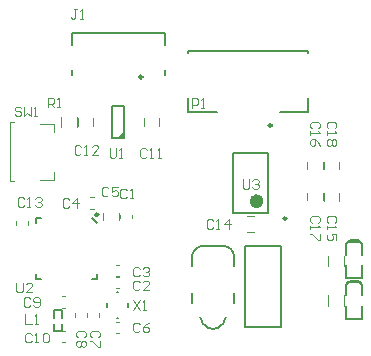
<source format=gto>
G04*
G04 #@! TF.GenerationSoftware,Altium Limited,Altium Designer,18.1.6 (161)*
G04*
G04 Layer_Color=65535*
%FSLAX44Y44*%
%MOMM*%
G71*
G01*
G75*
%ADD10C,0.2000*%
%ADD11C,0.2500*%
%ADD12C,0.6000*%
%ADD13C,0.1200*%
%ADD14C,0.1500*%
%ADD15C,0.1524*%
%ADD16C,0.1270*%
%ADD17C,0.1250*%
%ADD18C,0.1000*%
G36*
X94950Y221420D02*
X89340D01*
X94950Y227030D01*
Y221420D01*
D02*
G37*
D10*
X187888Y81316D02*
G03*
X188310Y84190I-9578J2873D01*
G01*
Y120190D02*
G03*
X178310Y130190I-10000J0D01*
G01*
X162150Y64079D02*
G03*
X178473Y64077I8162J5669D01*
G01*
X152310Y84190D02*
G03*
X152732Y81316I10000J0D01*
G01*
X162310Y130190D02*
G03*
X152310Y120190I0J-10000D01*
G01*
X188310Y84190D02*
Y89790D01*
X188310Y113190D02*
X188310Y120190D01*
X152310D02*
X152310Y113190D01*
X152310Y84190D02*
Y89790D01*
X178470Y64079D02*
X180550Y67782D01*
X181590Y69633D01*
X159030D02*
X160070Y67782D01*
X162150Y64079D01*
X162310Y130190D02*
X178310D01*
X217140Y157940D02*
Y208940D01*
X187140Y157940D02*
Y208940D01*
Y157940D02*
X217140D01*
X187140Y208940D02*
X217140D01*
X149251Y295500D02*
X250750D01*
X149251Y243500D02*
X173251D01*
X226750D02*
X250750D01*
Y255500D01*
X149250Y243500D02*
Y255500D01*
X250750Y293500D02*
Y295500D01*
X149250Y293500D02*
Y295500D01*
X129300Y300370D02*
Y310500D01*
Y275000D02*
Y279280D01*
X50700Y310500D02*
X129300D01*
X50700Y300370D02*
Y310500D01*
Y275000D02*
Y279280D01*
X227950Y61600D02*
Y130400D01*
X197250D02*
X227950D01*
X197250Y61600D02*
Y130400D01*
Y61600D02*
X227950D01*
D11*
X232390Y153440D02*
G03*
X232390Y153440I-1250J0D01*
G01*
X73250Y156540D02*
G03*
X73250Y156540I-1250J0D01*
G01*
X220000Y231997D02*
G03*
X220000Y231997I-1250J0D01*
G01*
X110470Y273050D02*
G03*
X110470Y273050I-1250J0D01*
G01*
D12*
X210140Y167940D02*
G03*
X210140Y167940I-3000J0D01*
G01*
D13*
X41841Y230650D02*
Y239250D01*
X54841Y230650D02*
Y239250D01*
X267820Y113230D02*
Y121830D01*
X280820Y113230D02*
Y121830D01*
X198930Y155090D02*
X204930D01*
X198930Y142090D02*
X204930D01*
X277010Y195190D02*
Y201190D01*
X264010Y195190D02*
Y201190D01*
X263040Y195190D02*
Y201190D01*
X250040Y195190D02*
Y201190D01*
X277010Y168450D02*
Y174450D01*
X264010Y168450D02*
Y174450D01*
X263040Y168520D02*
Y174520D01*
X250040Y168520D02*
Y174520D01*
X42141Y58340D02*
X45341D01*
X42141Y48340D02*
X45341D01*
X87861Y104220D02*
X91061D01*
X87861Y114220D02*
X91061D01*
X90320Y151870D02*
Y157870D01*
X77320Y151870D02*
Y157870D01*
X13890Y147780D02*
Y150980D01*
X3890Y147780D02*
Y150980D01*
X42141Y87482D02*
X45341D01*
X42141Y77482D02*
X45341D01*
X63215Y69890D02*
Y73090D01*
X53215Y69890D02*
Y73090D01*
X63658Y69890D02*
Y73090D01*
X73658Y69890D02*
Y73090D01*
X87861Y65960D02*
X91061D01*
X87861Y55960D02*
X91061D01*
X66500Y161370D02*
X69700D01*
X66500Y171370D02*
X69700D01*
X87861Y94060D02*
X91061D01*
X87861Y104060D02*
X91061D01*
X91520Y153340D02*
Y156540D01*
X101520Y153340D02*
Y156540D01*
X68730Y231950D02*
Y237950D01*
X55730Y231950D02*
Y237950D01*
X124610Y231950D02*
Y237950D01*
X111610Y231950D02*
Y237950D01*
X280780Y79520D02*
Y88120D01*
X267780Y79520D02*
Y88120D01*
D14*
X20331Y149650D02*
Y153650D01*
X24331D01*
X20331Y102150D02*
Y106150D01*
Y102150D02*
X24331D01*
X67831D02*
X71831D01*
Y106150D01*
X67831Y153650D02*
X71831Y149650D01*
D15*
X88861Y69210D02*
X90061D01*
X80661Y78410D02*
Y81610D01*
X88861Y90810D02*
X90061D01*
X98261Y78410D02*
Y81610D01*
X35640Y57861D02*
Y64361D01*
Y69361D02*
Y75861D01*
X42640Y57861D02*
Y64361D01*
Y69361D02*
Y75861D01*
X35640D02*
X42640D01*
X35640Y57861D02*
X42640D01*
D16*
X286060Y134860D02*
X293060D01*
X282810Y102610D02*
Y113610D01*
X296310Y102610D02*
Y113610D01*
X282810Y102610D02*
X296310D01*
X282810Y122610D02*
Y131610D01*
X296310Y122610D02*
Y131610D01*
X294310Y133610D02*
X296310Y131610D01*
X293060Y134860D02*
X294560Y133360D01*
X284310Y133110D02*
X286060Y134860D01*
X284810Y133610D02*
X294310D01*
X282810Y131610D02*
X284810Y133610D01*
X286060Y100570D02*
X293060D01*
X282810Y68320D02*
Y79320D01*
X296310Y68320D02*
Y79320D01*
X282810Y68320D02*
X296310D01*
X282810Y88320D02*
Y97320D01*
X296310Y88320D02*
Y97320D01*
X294310Y99320D02*
X296310Y97320D01*
X293060Y100570D02*
X294560Y99070D01*
X284310Y98820D02*
X286060Y100570D01*
X284810Y99320D02*
X294310D01*
X282810Y97320D02*
X284810Y99320D01*
X84790Y221420D02*
X94950D01*
X84790Y248420D02*
X84790Y221420D01*
X84790Y248420D02*
X94950D01*
X94950Y221420D02*
X94950Y248420D01*
D17*
X-1950Y184920D02*
X2050D01*
X-1950Y234920D02*
X2050D01*
X24050Y232920D02*
X36050D01*
Y226920D02*
Y232920D01*
Y185920D02*
Y192920D01*
X24050Y185920D02*
X36050D01*
X-1950Y184920D02*
Y234920D01*
D18*
X30480Y247650D02*
Y255647D01*
X34479D01*
X35812Y254314D01*
Y251649D01*
X34479Y250316D01*
X30480D01*
X33146D02*
X35812Y247650D01*
X38477D02*
X41143D01*
X39810D01*
Y255647D01*
X38477Y254314D01*
X170432Y151445D02*
X169099Y152777D01*
X166433D01*
X165100Y151445D01*
Y146113D01*
X166433Y144780D01*
X169099D01*
X170432Y146113D01*
X173097Y144780D02*
X175763D01*
X174430D01*
Y152777D01*
X173097Y151445D01*
X183761Y144780D02*
Y152777D01*
X179762Y148779D01*
X185094D01*
X273365Y229618D02*
X274697Y230951D01*
Y233617D01*
X273365Y234950D01*
X268033D01*
X266700Y233617D01*
Y230951D01*
X268033Y229618D01*
X266700Y226953D02*
Y224287D01*
Y225620D01*
X274697D01*
X273365Y226953D01*
Y220288D02*
X274697Y218955D01*
Y216289D01*
X273365Y214956D01*
X272032D01*
X270699Y216289D01*
X269366Y214956D01*
X268033D01*
X266700Y216289D01*
Y218955D01*
X268033Y220288D01*
X269366D01*
X270699Y218955D01*
X272032Y220288D01*
X273365D01*
X270699Y218955D02*
Y216289D01*
X259394Y229618D02*
X260727Y230951D01*
Y233617D01*
X259394Y234950D01*
X254063D01*
X252730Y233617D01*
Y230951D01*
X254063Y229618D01*
X252730Y226953D02*
Y224287D01*
Y225620D01*
X260727D01*
X259394Y226953D01*
X260727Y214956D02*
X259394Y217622D01*
X256729Y220288D01*
X254063D01*
X252730Y218955D01*
Y216289D01*
X254063Y214956D01*
X255396D01*
X256729Y216289D01*
Y220288D01*
X273365Y149758D02*
X274697Y151091D01*
Y153757D01*
X273365Y155090D01*
X268033D01*
X266700Y153757D01*
Y151091D01*
X268033Y149758D01*
X266700Y147093D02*
Y144427D01*
Y145760D01*
X274697D01*
X273365Y147093D01*
X274697Y135097D02*
Y140428D01*
X270699D01*
X272032Y137762D01*
Y136429D01*
X270699Y135097D01*
X268033D01*
X266700Y136429D01*
Y139095D01*
X268033Y140428D01*
X259394Y149758D02*
X260727Y151091D01*
Y153757D01*
X259394Y155090D01*
X254063D01*
X252730Y153757D01*
Y151091D01*
X254063Y149758D01*
X252730Y147093D02*
Y144427D01*
Y145760D01*
X260727D01*
X259394Y147093D01*
X260727Y140428D02*
Y135097D01*
X259394D01*
X254063Y140428D01*
X252730D01*
X195580Y186559D02*
Y179895D01*
X196913Y178562D01*
X199579D01*
X200912Y179895D01*
Y186559D01*
X203577Y185226D02*
X204910Y186559D01*
X207576D01*
X208909Y185226D01*
Y183894D01*
X207576Y182561D01*
X206243D01*
X207576D01*
X208909Y181228D01*
Y179895D01*
X207576Y178562D01*
X204910D01*
X203577Y179895D01*
X16762Y55005D02*
X15429Y56337D01*
X12763D01*
X11430Y55005D01*
Y49673D01*
X12763Y48340D01*
X15429D01*
X16762Y49673D01*
X19427Y48340D02*
X22093D01*
X20760D01*
Y56337D01*
X19427Y55005D01*
X26092D02*
X27425Y56337D01*
X30091D01*
X31424Y55005D01*
Y49673D01*
X30091Y48340D01*
X27425D01*
X26092Y49673D01*
Y55005D01*
X108202Y110885D02*
X106869Y112217D01*
X104203D01*
X102870Y110885D01*
Y105553D01*
X104203Y104220D01*
X106869D01*
X108202Y105553D01*
X110867Y110885D02*
X112200Y112217D01*
X114866D01*
X116199Y110885D01*
Y109552D01*
X114866Y108219D01*
X113533D01*
X114866D01*
X116199Y106886D01*
Y105553D01*
X114866Y104220D01*
X112200D01*
X110867Y105553D01*
X81698Y178764D02*
X80365Y180097D01*
X77699D01*
X76366Y178764D01*
Y173433D01*
X77699Y172100D01*
X80365D01*
X81698Y173433D01*
X89695Y180097D02*
X84363D01*
Y176099D01*
X87029Y177432D01*
X88362D01*
X89695Y176099D01*
Y173433D01*
X88362Y172100D01*
X85696D01*
X84363Y173433D01*
X3890Y98807D02*
Y92143D01*
X5223Y90810D01*
X7889D01*
X9222Y92143D01*
Y98807D01*
X17219Y90810D02*
X11887D01*
X17219Y96142D01*
Y97474D01*
X15886Y98807D01*
X13220D01*
X11887Y97474D01*
X102870Y84197D02*
X108202Y76200D01*
Y84197D02*
X102870Y76200D01*
X110867D02*
X113533D01*
X112200D01*
Y84197D01*
X110867Y82865D01*
X10412Y169874D02*
X9079Y171207D01*
X6413D01*
X5080Y169874D01*
Y164543D01*
X6413Y163210D01*
X9079D01*
X10412Y164543D01*
X13077Y163210D02*
X15743D01*
X14410D01*
Y171207D01*
X13077Y169874D01*
X19742D02*
X21075Y171207D01*
X23741D01*
X25074Y169874D01*
Y168542D01*
X23741Y167209D01*
X22408D01*
X23741D01*
X25074Y165876D01*
Y164543D01*
X23741Y163210D01*
X21075D01*
X19742Y164543D01*
X15492Y85075D02*
X14159Y86407D01*
X11493D01*
X10160Y85075D01*
Y79743D01*
X11493Y78410D01*
X14159D01*
X15492Y79743D01*
X18157D02*
X19490Y78410D01*
X22156D01*
X23489Y79743D01*
Y85075D01*
X22156Y86407D01*
X19490D01*
X18157Y85075D01*
Y83742D01*
X19490Y82409D01*
X23489D01*
X61274Y52529D02*
X62607Y53862D01*
Y56528D01*
X61274Y57861D01*
X55943D01*
X54610Y56528D01*
Y53862D01*
X55943Y52529D01*
X61274Y49863D02*
X62607Y48531D01*
Y45865D01*
X61274Y44532D01*
X59942D01*
X58609Y45865D01*
X57276Y44532D01*
X55943D01*
X54610Y45865D01*
Y48531D01*
X55943Y49863D01*
X57276D01*
X58609Y48531D01*
X59942Y49863D01*
X61274D01*
X58609Y48531D02*
Y45865D01*
X72874Y52529D02*
X74207Y53862D01*
Y56528D01*
X72874Y57861D01*
X67543D01*
X66210Y56528D01*
Y53862D01*
X67543Y52529D01*
X74207Y49863D02*
Y44532D01*
X72874D01*
X67543Y49863D01*
X66210D01*
X11430Y72358D02*
Y64361D01*
X16762D01*
X19427D02*
X22093D01*
X20760D01*
Y72358D01*
X19427Y71025D01*
X108202Y63815D02*
X106869Y65147D01*
X104203D01*
X102870Y63815D01*
Y58483D01*
X104203Y57150D01*
X106869D01*
X108202Y58483D01*
X116199Y65147D02*
X113533Y63815D01*
X110867Y61149D01*
Y58483D01*
X112200Y57150D01*
X114866D01*
X116199Y58483D01*
Y59816D01*
X114866Y61149D01*
X110867D01*
X48512Y169224D02*
X47179Y170557D01*
X44513D01*
X43180Y169224D01*
Y163893D01*
X44513Y162560D01*
X47179D01*
X48512Y163893D01*
X55176Y162560D02*
Y170557D01*
X51177Y166559D01*
X56509D01*
X108202Y99375D02*
X106869Y100707D01*
X104203D01*
X102870Y99375D01*
Y94043D01*
X104203Y92710D01*
X106869D01*
X108202Y94043D01*
X116199Y92710D02*
X110867D01*
X116199Y98042D01*
Y99375D01*
X114866Y100707D01*
X112200D01*
X110867Y99375D01*
X7872Y246695D02*
X6539Y248027D01*
X3873D01*
X2540Y246695D01*
Y245362D01*
X3873Y244029D01*
X6539D01*
X7872Y242696D01*
Y241363D01*
X6539Y240030D01*
X3873D01*
X2540Y241363D01*
X10537Y248027D02*
Y240030D01*
X13203Y242696D01*
X15869Y240030D01*
Y248027D01*
X18535Y240030D02*
X21201D01*
X19868D01*
Y248027D01*
X18535Y246695D01*
X82710Y212711D02*
Y206046D01*
X84043Y204713D01*
X86709D01*
X88042Y206046D01*
Y212711D01*
X90707Y204713D02*
X93373D01*
X92040D01*
Y212711D01*
X90707Y211378D01*
X152400Y246907D02*
Y254904D01*
X156399D01*
X157732Y253571D01*
Y250906D01*
X156399Y249573D01*
X152400D01*
X160397Y246907D02*
X163063D01*
X161730D01*
Y254904D01*
X160397Y253571D01*
X55116Y330577D02*
X52450D01*
X53783D01*
Y323913D01*
X52450Y322580D01*
X51117D01*
X49784Y323913D01*
X57781Y322580D02*
X60447D01*
X59114D01*
Y330577D01*
X57781Y329244D01*
X58552Y213918D02*
X57219Y215251D01*
X54553D01*
X53220Y213918D01*
Y208586D01*
X54553Y207253D01*
X57219D01*
X58552Y208586D01*
X61217Y207253D02*
X63883D01*
X62550D01*
Y215251D01*
X61217Y213918D01*
X73214Y207253D02*
X67882D01*
X73214Y212585D01*
Y213918D01*
X71881Y215251D01*
X69215D01*
X67882Y213918D01*
X114202Y211378D02*
X112869Y212711D01*
X110203D01*
X108870Y211378D01*
Y206046D01*
X110203Y204713D01*
X112869D01*
X114202Y206046D01*
X116867Y204713D02*
X119533D01*
X118200D01*
Y212711D01*
X116867Y211378D01*
X123532Y204713D02*
X126198D01*
X124865D01*
Y212711D01*
X123532Y211378D01*
X97280Y177071D02*
X95947Y178403D01*
X93281D01*
X91948Y177071D01*
Y171739D01*
X93281Y170406D01*
X95947D01*
X97280Y171739D01*
X99945Y170406D02*
X102611D01*
X101278D01*
Y178403D01*
X99945Y177071D01*
M02*

</source>
